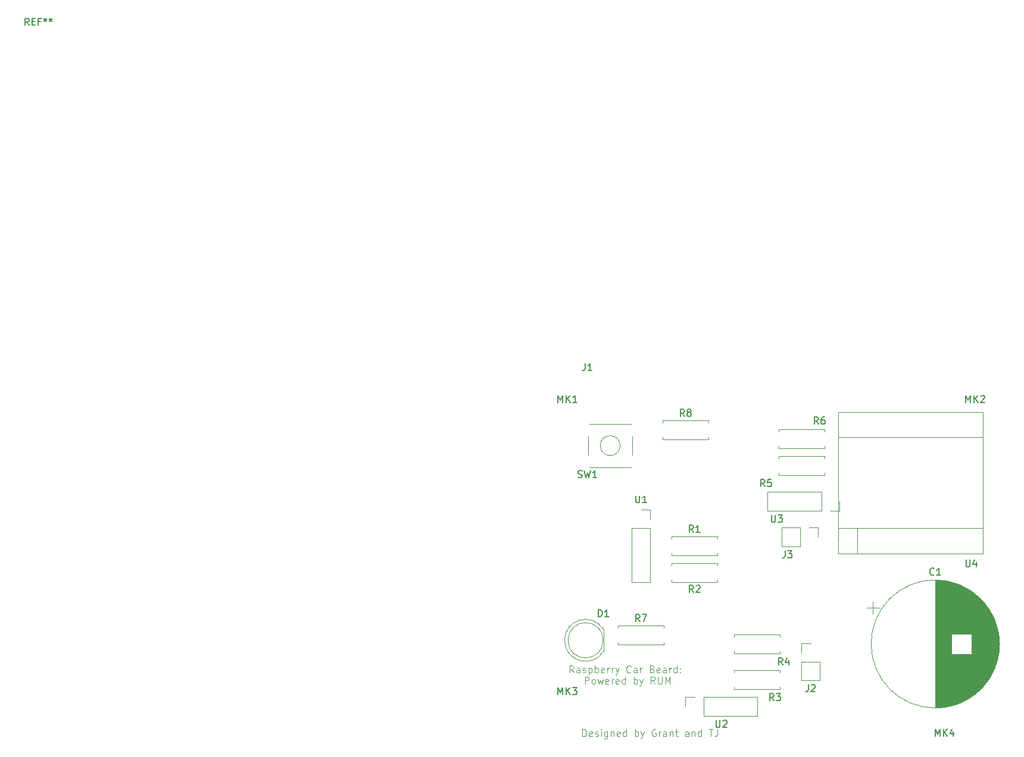
<source format=gto>
G04 #@! TF.GenerationSoftware,KiCad,Pcbnew,(5.1.0)-1*
G04 #@! TF.CreationDate,2019-05-01T11:47:09-07:00*
G04 #@! TF.ProjectId,Lec18-PCB_kicad,4c656331-382d-4504-9342-5f6b69636164,rev?*
G04 #@! TF.SameCoordinates,Original*
G04 #@! TF.FileFunction,Legend,Top*
G04 #@! TF.FilePolarity,Positive*
%FSLAX46Y46*%
G04 Gerber Fmt 4.6, Leading zero omitted, Abs format (unit mm)*
G04 Created by KiCad (PCBNEW (5.1.0)-1) date 2019-05-01 11:47:09*
%MOMM*%
%LPD*%
G04 APERTURE LIST*
%ADD10C,0.100000*%
%ADD11C,0.120000*%
%ADD12C,0.150000*%
G04 APERTURE END LIST*
D10*
X77374761Y-102192380D02*
X77374761Y-101192380D01*
X77612857Y-101192380D01*
X77755714Y-101240000D01*
X77850952Y-101335238D01*
X77898571Y-101430476D01*
X77946190Y-101620952D01*
X77946190Y-101763809D01*
X77898571Y-101954285D01*
X77850952Y-102049523D01*
X77755714Y-102144761D01*
X77612857Y-102192380D01*
X77374761Y-102192380D01*
X78755714Y-102144761D02*
X78660476Y-102192380D01*
X78469999Y-102192380D01*
X78374761Y-102144761D01*
X78327142Y-102049523D01*
X78327142Y-101668571D01*
X78374761Y-101573333D01*
X78469999Y-101525714D01*
X78660476Y-101525714D01*
X78755714Y-101573333D01*
X78803333Y-101668571D01*
X78803333Y-101763809D01*
X78327142Y-101859047D01*
X79184285Y-102144761D02*
X79279523Y-102192380D01*
X79469999Y-102192380D01*
X79565238Y-102144761D01*
X79612857Y-102049523D01*
X79612857Y-102001904D01*
X79565238Y-101906666D01*
X79469999Y-101859047D01*
X79327142Y-101859047D01*
X79231904Y-101811428D01*
X79184285Y-101716190D01*
X79184285Y-101668571D01*
X79231904Y-101573333D01*
X79327142Y-101525714D01*
X79469999Y-101525714D01*
X79565238Y-101573333D01*
X80041428Y-102192380D02*
X80041428Y-101525714D01*
X80041428Y-101192380D02*
X79993809Y-101240000D01*
X80041428Y-101287619D01*
X80089047Y-101240000D01*
X80041428Y-101192380D01*
X80041428Y-101287619D01*
X80946190Y-101525714D02*
X80946190Y-102335238D01*
X80898571Y-102430476D01*
X80850952Y-102478095D01*
X80755714Y-102525714D01*
X80612857Y-102525714D01*
X80517619Y-102478095D01*
X80946190Y-102144761D02*
X80850952Y-102192380D01*
X80660476Y-102192380D01*
X80565238Y-102144761D01*
X80517619Y-102097142D01*
X80469999Y-102001904D01*
X80469999Y-101716190D01*
X80517619Y-101620952D01*
X80565238Y-101573333D01*
X80660476Y-101525714D01*
X80850952Y-101525714D01*
X80946190Y-101573333D01*
X81422380Y-101525714D02*
X81422380Y-102192380D01*
X81422380Y-101620952D02*
X81469999Y-101573333D01*
X81565238Y-101525714D01*
X81708095Y-101525714D01*
X81803333Y-101573333D01*
X81850952Y-101668571D01*
X81850952Y-102192380D01*
X82708095Y-102144761D02*
X82612857Y-102192380D01*
X82422380Y-102192380D01*
X82327142Y-102144761D01*
X82279523Y-102049523D01*
X82279523Y-101668571D01*
X82327142Y-101573333D01*
X82422380Y-101525714D01*
X82612857Y-101525714D01*
X82708095Y-101573333D01*
X82755714Y-101668571D01*
X82755714Y-101763809D01*
X82279523Y-101859047D01*
X83612857Y-102192380D02*
X83612857Y-101192380D01*
X83612857Y-102144761D02*
X83517619Y-102192380D01*
X83327142Y-102192380D01*
X83231904Y-102144761D01*
X83184285Y-102097142D01*
X83136666Y-102001904D01*
X83136666Y-101716190D01*
X83184285Y-101620952D01*
X83231904Y-101573333D01*
X83327142Y-101525714D01*
X83517619Y-101525714D01*
X83612857Y-101573333D01*
X84850952Y-102192380D02*
X84850952Y-101192380D01*
X84850952Y-101573333D02*
X84946190Y-101525714D01*
X85136666Y-101525714D01*
X85231904Y-101573333D01*
X85279523Y-101620952D01*
X85327142Y-101716190D01*
X85327142Y-102001904D01*
X85279523Y-102097142D01*
X85231904Y-102144761D01*
X85136666Y-102192380D01*
X84946190Y-102192380D01*
X84850952Y-102144761D01*
X85660476Y-101525714D02*
X85898571Y-102192380D01*
X86136666Y-101525714D02*
X85898571Y-102192380D01*
X85803333Y-102430476D01*
X85755714Y-102478095D01*
X85660476Y-102525714D01*
X87803333Y-101240000D02*
X87708095Y-101192380D01*
X87565238Y-101192380D01*
X87422380Y-101240000D01*
X87327142Y-101335238D01*
X87279523Y-101430476D01*
X87231904Y-101620952D01*
X87231904Y-101763809D01*
X87279523Y-101954285D01*
X87327142Y-102049523D01*
X87422380Y-102144761D01*
X87565238Y-102192380D01*
X87660476Y-102192380D01*
X87803333Y-102144761D01*
X87850952Y-102097142D01*
X87850952Y-101763809D01*
X87660476Y-101763809D01*
X88279523Y-102192380D02*
X88279523Y-101525714D01*
X88279523Y-101716190D02*
X88327142Y-101620952D01*
X88374761Y-101573333D01*
X88469999Y-101525714D01*
X88565238Y-101525714D01*
X89327142Y-102192380D02*
X89327142Y-101668571D01*
X89279523Y-101573333D01*
X89184285Y-101525714D01*
X88993809Y-101525714D01*
X88898571Y-101573333D01*
X89327142Y-102144761D02*
X89231904Y-102192380D01*
X88993809Y-102192380D01*
X88898571Y-102144761D01*
X88850952Y-102049523D01*
X88850952Y-101954285D01*
X88898571Y-101859047D01*
X88993809Y-101811428D01*
X89231904Y-101811428D01*
X89327142Y-101763809D01*
X89803333Y-101525714D02*
X89803333Y-102192380D01*
X89803333Y-101620952D02*
X89850952Y-101573333D01*
X89946190Y-101525714D01*
X90089047Y-101525714D01*
X90184285Y-101573333D01*
X90231904Y-101668571D01*
X90231904Y-102192380D01*
X90565238Y-101525714D02*
X90946190Y-101525714D01*
X90708095Y-101192380D02*
X90708095Y-102049523D01*
X90755714Y-102144761D01*
X90850952Y-102192380D01*
X90946190Y-102192380D01*
X92469999Y-102192380D02*
X92469999Y-101668571D01*
X92422380Y-101573333D01*
X92327142Y-101525714D01*
X92136666Y-101525714D01*
X92041428Y-101573333D01*
X92469999Y-102144761D02*
X92374761Y-102192380D01*
X92136666Y-102192380D01*
X92041428Y-102144761D01*
X91993809Y-102049523D01*
X91993809Y-101954285D01*
X92041428Y-101859047D01*
X92136666Y-101811428D01*
X92374761Y-101811428D01*
X92469999Y-101763809D01*
X92946190Y-101525714D02*
X92946190Y-102192380D01*
X92946190Y-101620952D02*
X92993809Y-101573333D01*
X93089047Y-101525714D01*
X93231904Y-101525714D01*
X93327142Y-101573333D01*
X93374761Y-101668571D01*
X93374761Y-102192380D01*
X94279523Y-102192380D02*
X94279523Y-101192380D01*
X94279523Y-102144761D02*
X94184285Y-102192380D01*
X93993809Y-102192380D01*
X93898571Y-102144761D01*
X93850952Y-102097142D01*
X93803333Y-102001904D01*
X93803333Y-101716190D01*
X93850952Y-101620952D01*
X93898571Y-101573333D01*
X93993809Y-101525714D01*
X94184285Y-101525714D01*
X94279523Y-101573333D01*
X95374761Y-101192380D02*
X95946190Y-101192380D01*
X95660476Y-102192380D02*
X95660476Y-101192380D01*
X96565238Y-101192380D02*
X96565238Y-101906666D01*
X96517619Y-102049523D01*
X96422380Y-102144761D01*
X96279523Y-102192380D01*
X96184285Y-102192380D01*
X76128333Y-93137380D02*
X75795000Y-92661190D01*
X75556904Y-93137380D02*
X75556904Y-92137380D01*
X75937857Y-92137380D01*
X76033095Y-92185000D01*
X76080714Y-92232619D01*
X76128333Y-92327857D01*
X76128333Y-92470714D01*
X76080714Y-92565952D01*
X76033095Y-92613571D01*
X75937857Y-92661190D01*
X75556904Y-92661190D01*
X76985476Y-93137380D02*
X76985476Y-92613571D01*
X76937857Y-92518333D01*
X76842619Y-92470714D01*
X76652142Y-92470714D01*
X76556904Y-92518333D01*
X76985476Y-93089761D02*
X76890238Y-93137380D01*
X76652142Y-93137380D01*
X76556904Y-93089761D01*
X76509285Y-92994523D01*
X76509285Y-92899285D01*
X76556904Y-92804047D01*
X76652142Y-92756428D01*
X76890238Y-92756428D01*
X76985476Y-92708809D01*
X77414047Y-93089761D02*
X77509285Y-93137380D01*
X77699761Y-93137380D01*
X77795000Y-93089761D01*
X77842619Y-92994523D01*
X77842619Y-92946904D01*
X77795000Y-92851666D01*
X77699761Y-92804047D01*
X77556904Y-92804047D01*
X77461666Y-92756428D01*
X77414047Y-92661190D01*
X77414047Y-92613571D01*
X77461666Y-92518333D01*
X77556904Y-92470714D01*
X77699761Y-92470714D01*
X77795000Y-92518333D01*
X78271190Y-92470714D02*
X78271190Y-93470714D01*
X78271190Y-92518333D02*
X78366428Y-92470714D01*
X78556904Y-92470714D01*
X78652142Y-92518333D01*
X78699761Y-92565952D01*
X78747380Y-92661190D01*
X78747380Y-92946904D01*
X78699761Y-93042142D01*
X78652142Y-93089761D01*
X78556904Y-93137380D01*
X78366428Y-93137380D01*
X78271190Y-93089761D01*
X79175952Y-93137380D02*
X79175952Y-92137380D01*
X79175952Y-92518333D02*
X79271190Y-92470714D01*
X79461666Y-92470714D01*
X79556904Y-92518333D01*
X79604523Y-92565952D01*
X79652142Y-92661190D01*
X79652142Y-92946904D01*
X79604523Y-93042142D01*
X79556904Y-93089761D01*
X79461666Y-93137380D01*
X79271190Y-93137380D01*
X79175952Y-93089761D01*
X80461666Y-93089761D02*
X80366428Y-93137380D01*
X80175952Y-93137380D01*
X80080714Y-93089761D01*
X80033095Y-92994523D01*
X80033095Y-92613571D01*
X80080714Y-92518333D01*
X80175952Y-92470714D01*
X80366428Y-92470714D01*
X80461666Y-92518333D01*
X80509285Y-92613571D01*
X80509285Y-92708809D01*
X80033095Y-92804047D01*
X80937857Y-93137380D02*
X80937857Y-92470714D01*
X80937857Y-92661190D02*
X80985476Y-92565952D01*
X81033095Y-92518333D01*
X81128333Y-92470714D01*
X81223571Y-92470714D01*
X81556904Y-93137380D02*
X81556904Y-92470714D01*
X81556904Y-92661190D02*
X81604523Y-92565952D01*
X81652142Y-92518333D01*
X81747380Y-92470714D01*
X81842619Y-92470714D01*
X82080714Y-92470714D02*
X82318809Y-93137380D01*
X82556904Y-92470714D02*
X82318809Y-93137380D01*
X82223571Y-93375476D01*
X82175952Y-93423095D01*
X82080714Y-93470714D01*
X84271190Y-93042142D02*
X84223571Y-93089761D01*
X84080714Y-93137380D01*
X83985476Y-93137380D01*
X83842619Y-93089761D01*
X83747380Y-92994523D01*
X83699761Y-92899285D01*
X83652142Y-92708809D01*
X83652142Y-92565952D01*
X83699761Y-92375476D01*
X83747380Y-92280238D01*
X83842619Y-92185000D01*
X83985476Y-92137380D01*
X84080714Y-92137380D01*
X84223571Y-92185000D01*
X84271190Y-92232619D01*
X85128333Y-93137380D02*
X85128333Y-92613571D01*
X85080714Y-92518333D01*
X84985476Y-92470714D01*
X84795000Y-92470714D01*
X84699761Y-92518333D01*
X85128333Y-93089761D02*
X85033095Y-93137380D01*
X84795000Y-93137380D01*
X84699761Y-93089761D01*
X84652142Y-92994523D01*
X84652142Y-92899285D01*
X84699761Y-92804047D01*
X84795000Y-92756428D01*
X85033095Y-92756428D01*
X85128333Y-92708809D01*
X85604523Y-93137380D02*
X85604523Y-92470714D01*
X85604523Y-92661190D02*
X85652142Y-92565952D01*
X85699761Y-92518333D01*
X85795000Y-92470714D01*
X85890238Y-92470714D01*
X87318809Y-92613571D02*
X87461666Y-92661190D01*
X87509285Y-92708809D01*
X87556904Y-92804047D01*
X87556904Y-92946904D01*
X87509285Y-93042142D01*
X87461666Y-93089761D01*
X87366428Y-93137380D01*
X86985476Y-93137380D01*
X86985476Y-92137380D01*
X87318809Y-92137380D01*
X87414047Y-92185000D01*
X87461666Y-92232619D01*
X87509285Y-92327857D01*
X87509285Y-92423095D01*
X87461666Y-92518333D01*
X87414047Y-92565952D01*
X87318809Y-92613571D01*
X86985476Y-92613571D01*
X88366428Y-93089761D02*
X88271190Y-93137380D01*
X88080714Y-93137380D01*
X87985476Y-93089761D01*
X87937857Y-92994523D01*
X87937857Y-92613571D01*
X87985476Y-92518333D01*
X88080714Y-92470714D01*
X88271190Y-92470714D01*
X88366428Y-92518333D01*
X88414047Y-92613571D01*
X88414047Y-92708809D01*
X87937857Y-92804047D01*
X89271190Y-93137380D02*
X89271190Y-92613571D01*
X89223571Y-92518333D01*
X89128333Y-92470714D01*
X88937857Y-92470714D01*
X88842619Y-92518333D01*
X89271190Y-93089761D02*
X89175952Y-93137380D01*
X88937857Y-93137380D01*
X88842619Y-93089761D01*
X88795000Y-92994523D01*
X88795000Y-92899285D01*
X88842619Y-92804047D01*
X88937857Y-92756428D01*
X89175952Y-92756428D01*
X89271190Y-92708809D01*
X89747380Y-93137380D02*
X89747380Y-92470714D01*
X89747380Y-92661190D02*
X89795000Y-92565952D01*
X89842619Y-92518333D01*
X89937857Y-92470714D01*
X90033095Y-92470714D01*
X90795000Y-93137380D02*
X90795000Y-92137380D01*
X90795000Y-93089761D02*
X90699761Y-93137380D01*
X90509285Y-93137380D01*
X90414047Y-93089761D01*
X90366428Y-93042142D01*
X90318809Y-92946904D01*
X90318809Y-92661190D01*
X90366428Y-92565952D01*
X90414047Y-92518333D01*
X90509285Y-92470714D01*
X90699761Y-92470714D01*
X90795000Y-92518333D01*
X91271190Y-93042142D02*
X91318809Y-93089761D01*
X91271190Y-93137380D01*
X91223571Y-93089761D01*
X91271190Y-93042142D01*
X91271190Y-93137380D01*
X91271190Y-92518333D02*
X91318809Y-92565952D01*
X91271190Y-92613571D01*
X91223571Y-92565952D01*
X91271190Y-92518333D01*
X91271190Y-92613571D01*
X77747380Y-94737380D02*
X77747380Y-93737380D01*
X78128333Y-93737380D01*
X78223571Y-93785000D01*
X78271190Y-93832619D01*
X78318809Y-93927857D01*
X78318809Y-94070714D01*
X78271190Y-94165952D01*
X78223571Y-94213571D01*
X78128333Y-94261190D01*
X77747380Y-94261190D01*
X78890238Y-94737380D02*
X78795000Y-94689761D01*
X78747380Y-94642142D01*
X78699761Y-94546904D01*
X78699761Y-94261190D01*
X78747380Y-94165952D01*
X78795000Y-94118333D01*
X78890238Y-94070714D01*
X79033095Y-94070714D01*
X79128333Y-94118333D01*
X79175952Y-94165952D01*
X79223571Y-94261190D01*
X79223571Y-94546904D01*
X79175952Y-94642142D01*
X79128333Y-94689761D01*
X79033095Y-94737380D01*
X78890238Y-94737380D01*
X79556904Y-94070714D02*
X79747380Y-94737380D01*
X79937857Y-94261190D01*
X80128333Y-94737380D01*
X80318809Y-94070714D01*
X81080714Y-94689761D02*
X80985476Y-94737380D01*
X80795000Y-94737380D01*
X80699761Y-94689761D01*
X80652142Y-94594523D01*
X80652142Y-94213571D01*
X80699761Y-94118333D01*
X80795000Y-94070714D01*
X80985476Y-94070714D01*
X81080714Y-94118333D01*
X81128333Y-94213571D01*
X81128333Y-94308809D01*
X80652142Y-94404047D01*
X81556904Y-94737380D02*
X81556904Y-94070714D01*
X81556904Y-94261190D02*
X81604523Y-94165952D01*
X81652142Y-94118333D01*
X81747380Y-94070714D01*
X81842619Y-94070714D01*
X82556904Y-94689761D02*
X82461666Y-94737380D01*
X82271190Y-94737380D01*
X82175952Y-94689761D01*
X82128333Y-94594523D01*
X82128333Y-94213571D01*
X82175952Y-94118333D01*
X82271190Y-94070714D01*
X82461666Y-94070714D01*
X82556904Y-94118333D01*
X82604523Y-94213571D01*
X82604523Y-94308809D01*
X82128333Y-94404047D01*
X83461666Y-94737380D02*
X83461666Y-93737380D01*
X83461666Y-94689761D02*
X83366428Y-94737380D01*
X83175952Y-94737380D01*
X83080714Y-94689761D01*
X83033095Y-94642142D01*
X82985476Y-94546904D01*
X82985476Y-94261190D01*
X83033095Y-94165952D01*
X83080714Y-94118333D01*
X83175952Y-94070714D01*
X83366428Y-94070714D01*
X83461666Y-94118333D01*
X84699761Y-94737380D02*
X84699761Y-93737380D01*
X84699761Y-94118333D02*
X84795000Y-94070714D01*
X84985476Y-94070714D01*
X85080714Y-94118333D01*
X85128333Y-94165952D01*
X85175952Y-94261190D01*
X85175952Y-94546904D01*
X85128333Y-94642142D01*
X85080714Y-94689761D01*
X84985476Y-94737380D01*
X84795000Y-94737380D01*
X84699761Y-94689761D01*
X85509285Y-94070714D02*
X85747380Y-94737380D01*
X85985476Y-94070714D02*
X85747380Y-94737380D01*
X85652142Y-94975476D01*
X85604523Y-95023095D01*
X85509285Y-95070714D01*
X87699761Y-94737380D02*
X87366428Y-94261190D01*
X87128333Y-94737380D02*
X87128333Y-93737380D01*
X87509285Y-93737380D01*
X87604523Y-93785000D01*
X87652142Y-93832619D01*
X87699761Y-93927857D01*
X87699761Y-94070714D01*
X87652142Y-94165952D01*
X87604523Y-94213571D01*
X87509285Y-94261190D01*
X87128333Y-94261190D01*
X88128333Y-93737380D02*
X88128333Y-94546904D01*
X88175952Y-94642142D01*
X88223571Y-94689761D01*
X88318809Y-94737380D01*
X88509285Y-94737380D01*
X88604523Y-94689761D01*
X88652142Y-94642142D01*
X88699761Y-94546904D01*
X88699761Y-93737380D01*
X89175952Y-94737380D02*
X89175952Y-93737380D01*
X89509285Y-94451666D01*
X89842619Y-93737380D01*
X89842619Y-94737380D01*
D11*
X110906000Y-72470000D02*
X110906000Y-73800000D01*
X109576000Y-72470000D02*
X110906000Y-72470000D01*
X108306000Y-72470000D02*
X108306000Y-75130000D01*
X108306000Y-75130000D02*
X105706000Y-75130000D01*
X108306000Y-72470000D02*
X105706000Y-72470000D01*
X105706000Y-72470000D02*
X105706000Y-75130000D01*
X113760000Y-59570000D02*
X134340000Y-59570000D01*
X116430000Y-72524000D02*
X134340000Y-72524000D01*
X116430000Y-76210000D02*
X134340000Y-76210000D01*
X134340000Y-76210000D02*
X134340000Y-56020000D01*
X113760000Y-72524000D02*
X116430000Y-72524000D01*
X134214000Y-56020000D02*
X113767000Y-56020000D01*
X113760000Y-74810000D02*
X113760000Y-76210000D01*
X116430000Y-72524000D02*
X116430000Y-76210000D01*
X113760000Y-76210000D02*
X116430000Y-76210000D01*
X113767000Y-56020000D02*
X113767000Y-74692000D01*
X118690560Y-83025000D02*
X118690560Y-84825000D01*
X117790560Y-83925000D02*
X119590560Y-83925000D01*
X136670000Y-89000000D02*
X136670000Y-89080000D01*
X136630000Y-88226000D02*
X136630000Y-89854000D01*
X136590000Y-87874000D02*
X136590000Y-90206000D01*
X136550000Y-87605000D02*
X136550000Y-90475000D01*
X136510000Y-87379000D02*
X136510000Y-90701000D01*
X136470000Y-87180000D02*
X136470000Y-90900000D01*
X136430000Y-87001000D02*
X136430000Y-91079000D01*
X136390000Y-86837000D02*
X136390000Y-91243000D01*
X136350000Y-86685000D02*
X136350000Y-91395000D01*
X136310000Y-86542000D02*
X136310000Y-91538000D01*
X136270000Y-86408000D02*
X136270000Y-91672000D01*
X136230000Y-86281000D02*
X136230000Y-91799000D01*
X136190000Y-86160000D02*
X136190000Y-91920000D01*
X136150000Y-86044000D02*
X136150000Y-92036000D01*
X136110000Y-85933000D02*
X136110000Y-92147000D01*
X136070000Y-85826000D02*
X136070000Y-92254000D01*
X136030000Y-85723000D02*
X136030000Y-92357000D01*
X135990000Y-85624000D02*
X135990000Y-92456000D01*
X135950000Y-85528000D02*
X135950000Y-92552000D01*
X135910000Y-85435000D02*
X135910000Y-92645000D01*
X135870000Y-85344000D02*
X135870000Y-92736000D01*
X135830000Y-85256000D02*
X135830000Y-92824000D01*
X135790000Y-85171000D02*
X135790000Y-92909000D01*
X135750000Y-85088000D02*
X135750000Y-92992000D01*
X135711000Y-85007000D02*
X135711000Y-93073000D01*
X135671000Y-84927000D02*
X135671000Y-93153000D01*
X135631000Y-84850000D02*
X135631000Y-93230000D01*
X135591000Y-84775000D02*
X135591000Y-93305000D01*
X135551000Y-84701000D02*
X135551000Y-93379000D01*
X135511000Y-84628000D02*
X135511000Y-93452000D01*
X135471000Y-84558000D02*
X135471000Y-93522000D01*
X135431000Y-84488000D02*
X135431000Y-93592000D01*
X135391000Y-84420000D02*
X135391000Y-93660000D01*
X135351000Y-84354000D02*
X135351000Y-93726000D01*
X135311000Y-84288000D02*
X135311000Y-93792000D01*
X135271000Y-84224000D02*
X135271000Y-93856000D01*
X135231000Y-84161000D02*
X135231000Y-93919000D01*
X135191000Y-84099000D02*
X135191000Y-93981000D01*
X135151000Y-84038000D02*
X135151000Y-94042000D01*
X135111000Y-83978000D02*
X135111000Y-94102000D01*
X135071000Y-83920000D02*
X135071000Y-94160000D01*
X135031000Y-83862000D02*
X135031000Y-94218000D01*
X134991000Y-83805000D02*
X134991000Y-94275000D01*
X134951000Y-83749000D02*
X134951000Y-94331000D01*
X134911000Y-83694000D02*
X134911000Y-94386000D01*
X134871000Y-83640000D02*
X134871000Y-94440000D01*
X134831000Y-83586000D02*
X134831000Y-94494000D01*
X134791000Y-83534000D02*
X134791000Y-94546000D01*
X134751000Y-83482000D02*
X134751000Y-94598000D01*
X134711000Y-83431000D02*
X134711000Y-94649000D01*
X134671000Y-83380000D02*
X134671000Y-94700000D01*
X134631000Y-83331000D02*
X134631000Y-94749000D01*
X134591000Y-83282000D02*
X134591000Y-94798000D01*
X134551000Y-83234000D02*
X134551000Y-94846000D01*
X134511000Y-83186000D02*
X134511000Y-94894000D01*
X134471000Y-83139000D02*
X134471000Y-94941000D01*
X134431000Y-83093000D02*
X134431000Y-94987000D01*
X134391000Y-83047000D02*
X134391000Y-95033000D01*
X134351000Y-83002000D02*
X134351000Y-95078000D01*
X134311000Y-82958000D02*
X134311000Y-95122000D01*
X134271000Y-82914000D02*
X134271000Y-95166000D01*
X134231000Y-82870000D02*
X134231000Y-95210000D01*
X134191000Y-82828000D02*
X134191000Y-95252000D01*
X134151000Y-82786000D02*
X134151000Y-95294000D01*
X134111000Y-82744000D02*
X134111000Y-95336000D01*
X134071000Y-82703000D02*
X134071000Y-95377000D01*
X134031000Y-82662000D02*
X134031000Y-95418000D01*
X133991000Y-82622000D02*
X133991000Y-95458000D01*
X133951000Y-82582000D02*
X133951000Y-95498000D01*
X133911000Y-82543000D02*
X133911000Y-95537000D01*
X133871000Y-82504000D02*
X133871000Y-95576000D01*
X133831000Y-82466000D02*
X133831000Y-95614000D01*
X133791000Y-82428000D02*
X133791000Y-95652000D01*
X133751000Y-82391000D02*
X133751000Y-95689000D01*
X133711000Y-82354000D02*
X133711000Y-95726000D01*
X133671000Y-82318000D02*
X133671000Y-95762000D01*
X133631000Y-82282000D02*
X133631000Y-95798000D01*
X133591000Y-82246000D02*
X133591000Y-95834000D01*
X133551000Y-82211000D02*
X133551000Y-95869000D01*
X133511000Y-82176000D02*
X133511000Y-95904000D01*
X133471000Y-82142000D02*
X133471000Y-95938000D01*
X133431000Y-82108000D02*
X133431000Y-95972000D01*
X133391000Y-82075000D02*
X133391000Y-96005000D01*
X133351000Y-82041000D02*
X133351000Y-96039000D01*
X133311000Y-82009000D02*
X133311000Y-96071000D01*
X133271000Y-81976000D02*
X133271000Y-96104000D01*
X133231000Y-81944000D02*
X133231000Y-96136000D01*
X133191000Y-81913000D02*
X133191000Y-96167000D01*
X133151000Y-81881000D02*
X133151000Y-96199000D01*
X133111000Y-81850000D02*
X133111000Y-96230000D01*
X133071000Y-81820000D02*
X133071000Y-96260000D01*
X133031000Y-81790000D02*
X133031000Y-96290000D01*
X132991000Y-81760000D02*
X132991000Y-96320000D01*
X132951000Y-81730000D02*
X132951000Y-96350000D01*
X132911000Y-81701000D02*
X132911000Y-96379000D01*
X132871000Y-81672000D02*
X132871000Y-96408000D01*
X132831000Y-81643000D02*
X132831000Y-96437000D01*
X132791000Y-81615000D02*
X132791000Y-96465000D01*
X132751000Y-81587000D02*
X132751000Y-96493000D01*
X132711000Y-90480000D02*
X132711000Y-96520000D01*
X132711000Y-81560000D02*
X132711000Y-87600000D01*
X132671000Y-90480000D02*
X132671000Y-96548000D01*
X132671000Y-81532000D02*
X132671000Y-87600000D01*
X132631000Y-90480000D02*
X132631000Y-96575000D01*
X132631000Y-81505000D02*
X132631000Y-87600000D01*
X132591000Y-90480000D02*
X132591000Y-96601000D01*
X132591000Y-81479000D02*
X132591000Y-87600000D01*
X132551000Y-90480000D02*
X132551000Y-96628000D01*
X132551000Y-81452000D02*
X132551000Y-87600000D01*
X132511000Y-90480000D02*
X132511000Y-96654000D01*
X132511000Y-81426000D02*
X132511000Y-87600000D01*
X132471000Y-90480000D02*
X132471000Y-96680000D01*
X132471000Y-81400000D02*
X132471000Y-87600000D01*
X132431000Y-90480000D02*
X132431000Y-96705000D01*
X132431000Y-81375000D02*
X132431000Y-87600000D01*
X132391000Y-90480000D02*
X132391000Y-96730000D01*
X132391000Y-81350000D02*
X132391000Y-87600000D01*
X132351000Y-90480000D02*
X132351000Y-96755000D01*
X132351000Y-81325000D02*
X132351000Y-87600000D01*
X132311000Y-90480000D02*
X132311000Y-96780000D01*
X132311000Y-81300000D02*
X132311000Y-87600000D01*
X132271000Y-90480000D02*
X132271000Y-96804000D01*
X132271000Y-81276000D02*
X132271000Y-87600000D01*
X132231000Y-90480000D02*
X132231000Y-96828000D01*
X132231000Y-81252000D02*
X132231000Y-87600000D01*
X132191000Y-90480000D02*
X132191000Y-96852000D01*
X132191000Y-81228000D02*
X132191000Y-87600000D01*
X132151000Y-90480000D02*
X132151000Y-96875000D01*
X132151000Y-81205000D02*
X132151000Y-87600000D01*
X132111000Y-90480000D02*
X132111000Y-96899000D01*
X132111000Y-81181000D02*
X132111000Y-87600000D01*
X132071000Y-90480000D02*
X132071000Y-96922000D01*
X132071000Y-81158000D02*
X132071000Y-87600000D01*
X132031000Y-90480000D02*
X132031000Y-96944000D01*
X132031000Y-81136000D02*
X132031000Y-87600000D01*
X131991000Y-90480000D02*
X131991000Y-96967000D01*
X131991000Y-81113000D02*
X131991000Y-87600000D01*
X131951000Y-90480000D02*
X131951000Y-96989000D01*
X131951000Y-81091000D02*
X131951000Y-87600000D01*
X131911000Y-90480000D02*
X131911000Y-97011000D01*
X131911000Y-81069000D02*
X131911000Y-87600000D01*
X131871000Y-90480000D02*
X131871000Y-97032000D01*
X131871000Y-81048000D02*
X131871000Y-87600000D01*
X131831000Y-90480000D02*
X131831000Y-97054000D01*
X131831000Y-81026000D02*
X131831000Y-87600000D01*
X131791000Y-90480000D02*
X131791000Y-97075000D01*
X131791000Y-81005000D02*
X131791000Y-87600000D01*
X131751000Y-90480000D02*
X131751000Y-97096000D01*
X131751000Y-80984000D02*
X131751000Y-87600000D01*
X131711000Y-90480000D02*
X131711000Y-97116000D01*
X131711000Y-80964000D02*
X131711000Y-87600000D01*
X131671000Y-90480000D02*
X131671000Y-97137000D01*
X131671000Y-80943000D02*
X131671000Y-87600000D01*
X131631000Y-90480000D02*
X131631000Y-97157000D01*
X131631000Y-80923000D02*
X131631000Y-87600000D01*
X131591000Y-90480000D02*
X131591000Y-97177000D01*
X131591000Y-80903000D02*
X131591000Y-87600000D01*
X131551000Y-90480000D02*
X131551000Y-97196000D01*
X131551000Y-80884000D02*
X131551000Y-87600000D01*
X131511000Y-90480000D02*
X131511000Y-97216000D01*
X131511000Y-80864000D02*
X131511000Y-87600000D01*
X131471000Y-90480000D02*
X131471000Y-97235000D01*
X131471000Y-80845000D02*
X131471000Y-87600000D01*
X131431000Y-90480000D02*
X131431000Y-97254000D01*
X131431000Y-80826000D02*
X131431000Y-87600000D01*
X131391000Y-90480000D02*
X131391000Y-97273000D01*
X131391000Y-80807000D02*
X131391000Y-87600000D01*
X131351000Y-90480000D02*
X131351000Y-97291000D01*
X131351000Y-80789000D02*
X131351000Y-87600000D01*
X131311000Y-90480000D02*
X131311000Y-97309000D01*
X131311000Y-80771000D02*
X131311000Y-87600000D01*
X131271000Y-90480000D02*
X131271000Y-97327000D01*
X131271000Y-80753000D02*
X131271000Y-87600000D01*
X131231000Y-90480000D02*
X131231000Y-97345000D01*
X131231000Y-80735000D02*
X131231000Y-87600000D01*
X131191000Y-90480000D02*
X131191000Y-97363000D01*
X131191000Y-80717000D02*
X131191000Y-87600000D01*
X131151000Y-90480000D02*
X131151000Y-97380000D01*
X131151000Y-80700000D02*
X131151000Y-87600000D01*
X131111000Y-90480000D02*
X131111000Y-97397000D01*
X131111000Y-80683000D02*
X131111000Y-87600000D01*
X131071000Y-90480000D02*
X131071000Y-97414000D01*
X131071000Y-80666000D02*
X131071000Y-87600000D01*
X131031000Y-90480000D02*
X131031000Y-97430000D01*
X131031000Y-80650000D02*
X131031000Y-87600000D01*
X130991000Y-90480000D02*
X130991000Y-97447000D01*
X130991000Y-80633000D02*
X130991000Y-87600000D01*
X130951000Y-90480000D02*
X130951000Y-97463000D01*
X130951000Y-80617000D02*
X130951000Y-87600000D01*
X130911000Y-90480000D02*
X130911000Y-97479000D01*
X130911000Y-80601000D02*
X130911000Y-87600000D01*
X130871000Y-90480000D02*
X130871000Y-97495000D01*
X130871000Y-80585000D02*
X130871000Y-87600000D01*
X130831000Y-90480000D02*
X130831000Y-97510000D01*
X130831000Y-80570000D02*
X130831000Y-87600000D01*
X130791000Y-90480000D02*
X130791000Y-97526000D01*
X130791000Y-80554000D02*
X130791000Y-87600000D01*
X130751000Y-90480000D02*
X130751000Y-97541000D01*
X130751000Y-80539000D02*
X130751000Y-87600000D01*
X130711000Y-90480000D02*
X130711000Y-97556000D01*
X130711000Y-80524000D02*
X130711000Y-87600000D01*
X130671000Y-90480000D02*
X130671000Y-97570000D01*
X130671000Y-80510000D02*
X130671000Y-87600000D01*
X130631000Y-90480000D02*
X130631000Y-97585000D01*
X130631000Y-80495000D02*
X130631000Y-87600000D01*
X130591000Y-90480000D02*
X130591000Y-97599000D01*
X130591000Y-80481000D02*
X130591000Y-87600000D01*
X130551000Y-90480000D02*
X130551000Y-97613000D01*
X130551000Y-80467000D02*
X130551000Y-87600000D01*
X130511000Y-90480000D02*
X130511000Y-97627000D01*
X130511000Y-80453000D02*
X130511000Y-87600000D01*
X130471000Y-90480000D02*
X130471000Y-97640000D01*
X130471000Y-80440000D02*
X130471000Y-87600000D01*
X130431000Y-90480000D02*
X130431000Y-97654000D01*
X130431000Y-80426000D02*
X130431000Y-87600000D01*
X130391000Y-90480000D02*
X130391000Y-97667000D01*
X130391000Y-80413000D02*
X130391000Y-87600000D01*
X130351000Y-90480000D02*
X130351000Y-97680000D01*
X130351000Y-80400000D02*
X130351000Y-87600000D01*
X130311000Y-90480000D02*
X130311000Y-97693000D01*
X130311000Y-80387000D02*
X130311000Y-87600000D01*
X130271000Y-90480000D02*
X130271000Y-97705000D01*
X130271000Y-80375000D02*
X130271000Y-87600000D01*
X130231000Y-90480000D02*
X130231000Y-97718000D01*
X130231000Y-80362000D02*
X130231000Y-87600000D01*
X130191000Y-90480000D02*
X130191000Y-97730000D01*
X130191000Y-80350000D02*
X130191000Y-87600000D01*
X130151000Y-90480000D02*
X130151000Y-97742000D01*
X130151000Y-80338000D02*
X130151000Y-87600000D01*
X130111000Y-90480000D02*
X130111000Y-97754000D01*
X130111000Y-80326000D02*
X130111000Y-87600000D01*
X130071000Y-90480000D02*
X130071000Y-97765000D01*
X130071000Y-80315000D02*
X130071000Y-87600000D01*
X130031000Y-90480000D02*
X130031000Y-97777000D01*
X130031000Y-80303000D02*
X130031000Y-87600000D01*
X129991000Y-90480000D02*
X129991000Y-97788000D01*
X129991000Y-80292000D02*
X129991000Y-87600000D01*
X129951000Y-90480000D02*
X129951000Y-97799000D01*
X129951000Y-80281000D02*
X129951000Y-87600000D01*
X129911000Y-90480000D02*
X129911000Y-97810000D01*
X129911000Y-80270000D02*
X129911000Y-87600000D01*
X129871000Y-90480000D02*
X129871000Y-97820000D01*
X129871000Y-80260000D02*
X129871000Y-87600000D01*
X129831000Y-80249000D02*
X129831000Y-97831000D01*
X129791000Y-80239000D02*
X129791000Y-97841000D01*
X129751000Y-80229000D02*
X129751000Y-97851000D01*
X129711000Y-80219000D02*
X129711000Y-97861000D01*
X129671000Y-80209000D02*
X129671000Y-97871000D01*
X129631000Y-80200000D02*
X129631000Y-97880000D01*
X129591000Y-80191000D02*
X129591000Y-97889000D01*
X129551000Y-80182000D02*
X129551000Y-97898000D01*
X129511000Y-80173000D02*
X129511000Y-97907000D01*
X129471000Y-80164000D02*
X129471000Y-97916000D01*
X129431000Y-80155000D02*
X129431000Y-97925000D01*
X129391000Y-80147000D02*
X129391000Y-97933000D01*
X129351000Y-80139000D02*
X129351000Y-97941000D01*
X129311000Y-80131000D02*
X129311000Y-97949000D01*
X129271000Y-80123000D02*
X129271000Y-97957000D01*
X129231000Y-80116000D02*
X129231000Y-97964000D01*
X129191000Y-80108000D02*
X129191000Y-97972000D01*
X129151000Y-80101000D02*
X129151000Y-97979000D01*
X129111000Y-80094000D02*
X129111000Y-97986000D01*
X129071000Y-80087000D02*
X129071000Y-97993000D01*
X129031000Y-80080000D02*
X129031000Y-98000000D01*
X128991000Y-80074000D02*
X128991000Y-98006000D01*
X128951000Y-80068000D02*
X128951000Y-98012000D01*
X128911000Y-80061000D02*
X128911000Y-98019000D01*
X128871000Y-80056000D02*
X128871000Y-98024000D01*
X128831000Y-80050000D02*
X128831000Y-98030000D01*
X128791000Y-80044000D02*
X128791000Y-98036000D01*
X128751000Y-80039000D02*
X128751000Y-98041000D01*
X128711000Y-80034000D02*
X128711000Y-98046000D01*
X128671000Y-80029000D02*
X128671000Y-98051000D01*
X128631000Y-80024000D02*
X128631000Y-98056000D01*
X128591000Y-80019000D02*
X128591000Y-98061000D01*
X128551000Y-80014000D02*
X128551000Y-98066000D01*
X128511000Y-80010000D02*
X128511000Y-98070000D01*
X128471000Y-80006000D02*
X128471000Y-98074000D01*
X128431000Y-80002000D02*
X128431000Y-98078000D01*
X128391000Y-79998000D02*
X128391000Y-98082000D01*
X128351000Y-79995000D02*
X128351000Y-98085000D01*
X128311000Y-79991000D02*
X128311000Y-98089000D01*
X128271000Y-79988000D02*
X128271000Y-98092000D01*
X128230000Y-79985000D02*
X128230000Y-98095000D01*
X128190000Y-79982000D02*
X128190000Y-98098000D01*
X128150000Y-79979000D02*
X128150000Y-98101000D01*
X128110000Y-79977000D02*
X128110000Y-98103000D01*
X128070000Y-79974000D02*
X128070000Y-98106000D01*
X128030000Y-79972000D02*
X128030000Y-98108000D01*
X127990000Y-79970000D02*
X127990000Y-98110000D01*
X127950000Y-79968000D02*
X127950000Y-98112000D01*
X127910000Y-79967000D02*
X127910000Y-98113000D01*
X127870000Y-79965000D02*
X127870000Y-98115000D01*
X127830000Y-79964000D02*
X127830000Y-98116000D01*
X127790000Y-79963000D02*
X127790000Y-98117000D01*
X127750000Y-79962000D02*
X127750000Y-98118000D01*
X127710000Y-79961000D02*
X127710000Y-98119000D01*
X127670000Y-79960000D02*
X127670000Y-98120000D01*
X127630000Y-79960000D02*
X127630000Y-98120000D01*
X127590000Y-79960000D02*
X127590000Y-98120000D01*
X127550000Y-79959000D02*
X127550000Y-98121000D01*
X136670000Y-89040000D02*
G75*
G03X136670000Y-89040000I-9120000J0D01*
G01*
X74836000Y-88531538D02*
G75*
G03X80386000Y-90076830I2990000J-462D01*
G01*
X74836000Y-88532462D02*
G75*
G02X80386000Y-86987170I2990000J462D01*
G01*
X80326000Y-88532000D02*
G75*
G03X80326000Y-88532000I-2500000J0D01*
G01*
X80386000Y-90077000D02*
X80386000Y-86987000D01*
X82744214Y-60810000D02*
G75*
G03X82744214Y-60810000I-1414214J0D01*
G01*
X78360000Y-63930000D02*
X84300000Y-63930000D01*
X78360000Y-57690000D02*
X84300000Y-57690000D01*
X78210000Y-62150000D02*
X78210000Y-59470000D01*
X84450000Y-59470000D02*
X84450000Y-62150000D01*
X84370000Y-72530000D02*
X87030000Y-72530000D01*
X84370000Y-72530000D02*
X84370000Y-80210000D01*
X84370000Y-80210000D02*
X87030000Y-80210000D01*
X87030000Y-72530000D02*
X87030000Y-80210000D01*
X87030000Y-69930000D02*
X87030000Y-71260000D01*
X85700000Y-69930000D02*
X87030000Y-69930000D01*
X91990000Y-97930000D02*
X91990000Y-96600000D01*
X91990000Y-96600000D02*
X93320000Y-96600000D01*
X94590000Y-96600000D02*
X102270000Y-96600000D01*
X102270000Y-99260000D02*
X102270000Y-96600000D01*
X94590000Y-99260000D02*
X102270000Y-99260000D01*
X94590000Y-99260000D02*
X94590000Y-96600000D01*
X111354000Y-67390000D02*
X111354000Y-70050000D01*
X111354000Y-67390000D02*
X103674000Y-67390000D01*
X103674000Y-67390000D02*
X103674000Y-70050000D01*
X111354000Y-70050000D02*
X103674000Y-70050000D01*
X113954000Y-70050000D02*
X112624000Y-70050000D01*
X113954000Y-68720000D02*
X113954000Y-70050000D01*
X108500000Y-94180000D02*
X111160000Y-94180000D01*
X108500000Y-91580000D02*
X108500000Y-94180000D01*
X111160000Y-91580000D02*
X111160000Y-94180000D01*
X108500000Y-91580000D02*
X111160000Y-91580000D01*
X108500000Y-90310000D02*
X108500000Y-88980000D01*
X108500000Y-88980000D02*
X109830000Y-88980000D01*
X96590000Y-76440000D02*
X96590000Y-76110000D01*
X90050000Y-76440000D02*
X96590000Y-76440000D01*
X90050000Y-76110000D02*
X90050000Y-76440000D01*
X96590000Y-73700000D02*
X96590000Y-74030000D01*
X90050000Y-73700000D02*
X96590000Y-73700000D01*
X90050000Y-74030000D02*
X90050000Y-73700000D01*
X96590000Y-79920000D02*
X96590000Y-80250000D01*
X96590000Y-80250000D02*
X90050000Y-80250000D01*
X90050000Y-80250000D02*
X90050000Y-79920000D01*
X96590000Y-77840000D02*
X96590000Y-77510000D01*
X96590000Y-77510000D02*
X90050000Y-77510000D01*
X90050000Y-77510000D02*
X90050000Y-77840000D01*
X105480000Y-95490000D02*
X105480000Y-95160000D01*
X98940000Y-95490000D02*
X105480000Y-95490000D01*
X98940000Y-95160000D02*
X98940000Y-95490000D01*
X105480000Y-92750000D02*
X105480000Y-93080000D01*
X98940000Y-92750000D02*
X105480000Y-92750000D01*
X98940000Y-93080000D02*
X98940000Y-92750000D01*
X105480000Y-90080000D02*
X105480000Y-90410000D01*
X105480000Y-90410000D02*
X98940000Y-90410000D01*
X98940000Y-90410000D02*
X98940000Y-90080000D01*
X105480000Y-88000000D02*
X105480000Y-87670000D01*
X105480000Y-87670000D02*
X98940000Y-87670000D01*
X98940000Y-87670000D02*
X98940000Y-88000000D01*
X111830000Y-65010000D02*
X111830000Y-64680000D01*
X105290000Y-65010000D02*
X111830000Y-65010000D01*
X105290000Y-64680000D02*
X105290000Y-65010000D01*
X111830000Y-62270000D02*
X111830000Y-62600000D01*
X105290000Y-62270000D02*
X111830000Y-62270000D01*
X105290000Y-62600000D02*
X105290000Y-62270000D01*
X111830000Y-60870000D02*
X111830000Y-61200000D01*
X111830000Y-61200000D02*
X105290000Y-61200000D01*
X105290000Y-61200000D02*
X105290000Y-60870000D01*
X111830000Y-58790000D02*
X111830000Y-58460000D01*
X111830000Y-58460000D02*
X105290000Y-58460000D01*
X105290000Y-58460000D02*
X105290000Y-58790000D01*
X88970000Y-89140000D02*
X88970000Y-88810000D01*
X82430000Y-89140000D02*
X88970000Y-89140000D01*
X82430000Y-88810000D02*
X82430000Y-89140000D01*
X88970000Y-86400000D02*
X88970000Y-86730000D01*
X82430000Y-86400000D02*
X88970000Y-86400000D01*
X82430000Y-86730000D02*
X82430000Y-86400000D01*
X88780000Y-57520000D02*
X88780000Y-57190000D01*
X88780000Y-57190000D02*
X95320000Y-57190000D01*
X95320000Y-57190000D02*
X95320000Y-57520000D01*
X88780000Y-59600000D02*
X88780000Y-59930000D01*
X88780000Y-59930000D02*
X95320000Y-59930000D01*
X95320000Y-59930000D02*
X95320000Y-59600000D01*
D12*
X73920476Y-54662380D02*
X73920476Y-53662380D01*
X74253809Y-54376666D01*
X74587142Y-53662380D01*
X74587142Y-54662380D01*
X75063333Y-54662380D02*
X75063333Y-53662380D01*
X75634761Y-54662380D02*
X75206190Y-54090952D01*
X75634761Y-53662380D02*
X75063333Y-54233809D01*
X76587142Y-54662380D02*
X76015714Y-54662380D01*
X76301428Y-54662380D02*
X76301428Y-53662380D01*
X76206190Y-53805238D01*
X76110952Y-53900476D01*
X76015714Y-53948095D01*
X106194666Y-75792380D02*
X106194666Y-76506666D01*
X106147047Y-76649523D01*
X106051809Y-76744761D01*
X105908952Y-76792380D01*
X105813714Y-76792380D01*
X106575619Y-75792380D02*
X107194666Y-75792380D01*
X106861333Y-76173333D01*
X107004190Y-76173333D01*
X107099428Y-76220952D01*
X107147047Y-76268571D01*
X107194666Y-76363809D01*
X107194666Y-76601904D01*
X107147047Y-76697142D01*
X107099428Y-76744761D01*
X107004190Y-76792380D01*
X106718476Y-76792380D01*
X106623238Y-76744761D01*
X106575619Y-76697142D01*
X77746666Y-49122380D02*
X77746666Y-49836666D01*
X77699047Y-49979523D01*
X77603809Y-50074761D01*
X77460952Y-50122380D01*
X77365714Y-50122380D01*
X78746666Y-50122380D02*
X78175238Y-50122380D01*
X78460952Y-50122380D02*
X78460952Y-49122380D01*
X78365714Y-49265238D01*
X78270476Y-49360476D01*
X78175238Y-49408095D01*
X131928095Y-77062380D02*
X131928095Y-77871904D01*
X131975714Y-77967142D01*
X132023333Y-78014761D01*
X132118571Y-78062380D01*
X132309047Y-78062380D01*
X132404285Y-78014761D01*
X132451904Y-77967142D01*
X132499523Y-77871904D01*
X132499523Y-77062380D01*
X133404285Y-77395714D02*
X133404285Y-78062380D01*
X133166190Y-77014761D02*
X132928095Y-77729047D01*
X133547142Y-77729047D01*
X-1333333Y-952380D02*
X-1666666Y-476190D01*
X-1904761Y-952380D02*
X-1904761Y47619D01*
X-1523809Y47619D01*
X-1428571Y0D01*
X-1380952Y-47619D01*
X-1333333Y-142857D01*
X-1333333Y-285714D01*
X-1380952Y-380952D01*
X-1428571Y-428571D01*
X-1523809Y-476190D01*
X-1904761Y-476190D01*
X-904761Y-428571D02*
X-571428Y-428571D01*
X-428571Y-952380D02*
X-904761Y-952380D01*
X-904761Y47619D01*
X-428571Y47619D01*
X333333Y-428571D02*
X0Y-428571D01*
X0Y-952380D02*
X0Y47619D01*
X476190Y47619D01*
X999999Y47619D02*
X999999Y-190476D01*
X761904Y-95238D02*
X999999Y-190476D01*
X1238095Y-95238D01*
X857142Y-380952D02*
X999999Y-190476D01*
X1142857Y-380952D01*
X1761904Y47619D02*
X1761904Y-190476D01*
X1523809Y-95238D02*
X1761904Y-190476D01*
X1999999Y-95238D01*
X1619047Y-380952D02*
X1761904Y-190476D01*
X1904761Y-380952D01*
X127383333Y-79147142D02*
X127335714Y-79194761D01*
X127192857Y-79242380D01*
X127097619Y-79242380D01*
X126954761Y-79194761D01*
X126859523Y-79099523D01*
X126811904Y-79004285D01*
X126764285Y-78813809D01*
X126764285Y-78670952D01*
X126811904Y-78480476D01*
X126859523Y-78385238D01*
X126954761Y-78290000D01*
X127097619Y-78242380D01*
X127192857Y-78242380D01*
X127335714Y-78290000D01*
X127383333Y-78337619D01*
X128335714Y-79242380D02*
X127764285Y-79242380D01*
X128050000Y-79242380D02*
X128050000Y-78242380D01*
X127954761Y-78385238D01*
X127859523Y-78480476D01*
X127764285Y-78528095D01*
X131920476Y-54662380D02*
X131920476Y-53662380D01*
X132253809Y-54376666D01*
X132587142Y-53662380D01*
X132587142Y-54662380D01*
X133063333Y-54662380D02*
X133063333Y-53662380D01*
X133634761Y-54662380D02*
X133206190Y-54090952D01*
X133634761Y-53662380D02*
X133063333Y-54233809D01*
X134015714Y-53757619D02*
X134063333Y-53710000D01*
X134158571Y-53662380D01*
X134396666Y-53662380D01*
X134491904Y-53710000D01*
X134539523Y-53757619D01*
X134587142Y-53852857D01*
X134587142Y-53948095D01*
X134539523Y-54090952D01*
X133968095Y-54662380D01*
X134587142Y-54662380D01*
X73920476Y-96262380D02*
X73920476Y-95262380D01*
X74253809Y-95976666D01*
X74587142Y-95262380D01*
X74587142Y-96262380D01*
X75063333Y-96262380D02*
X75063333Y-95262380D01*
X75634761Y-96262380D02*
X75206190Y-95690952D01*
X75634761Y-95262380D02*
X75063333Y-95833809D01*
X75968095Y-95262380D02*
X76587142Y-95262380D01*
X76253809Y-95643333D01*
X76396666Y-95643333D01*
X76491904Y-95690952D01*
X76539523Y-95738571D01*
X76587142Y-95833809D01*
X76587142Y-96071904D01*
X76539523Y-96167142D01*
X76491904Y-96214761D01*
X76396666Y-96262380D01*
X76110952Y-96262380D01*
X76015714Y-96214761D01*
X75968095Y-96167142D01*
X127570476Y-102192380D02*
X127570476Y-101192380D01*
X127903809Y-101906666D01*
X128237142Y-101192380D01*
X128237142Y-102192380D01*
X128713333Y-102192380D02*
X128713333Y-101192380D01*
X129284761Y-102192380D02*
X128856190Y-101620952D01*
X129284761Y-101192380D02*
X128713333Y-101763809D01*
X130141904Y-101525714D02*
X130141904Y-102192380D01*
X129903809Y-101144761D02*
X129665714Y-101859047D01*
X130284761Y-101859047D01*
X79627904Y-85174380D02*
X79627904Y-84174380D01*
X79866000Y-84174380D01*
X80008857Y-84222000D01*
X80104095Y-84317238D01*
X80151714Y-84412476D01*
X80199333Y-84602952D01*
X80199333Y-84745809D01*
X80151714Y-84936285D01*
X80104095Y-85031523D01*
X80008857Y-85126761D01*
X79866000Y-85174380D01*
X79627904Y-85174380D01*
X81151714Y-85174380D02*
X80580285Y-85174380D01*
X80866000Y-85174380D02*
X80866000Y-84174380D01*
X80770761Y-84317238D01*
X80675523Y-84412476D01*
X80580285Y-84460095D01*
X76746666Y-65314761D02*
X76889523Y-65362380D01*
X77127619Y-65362380D01*
X77222857Y-65314761D01*
X77270476Y-65267142D01*
X77318095Y-65171904D01*
X77318095Y-65076666D01*
X77270476Y-64981428D01*
X77222857Y-64933809D01*
X77127619Y-64886190D01*
X76937142Y-64838571D01*
X76841904Y-64790952D01*
X76794285Y-64743333D01*
X76746666Y-64648095D01*
X76746666Y-64552857D01*
X76794285Y-64457619D01*
X76841904Y-64410000D01*
X76937142Y-64362380D01*
X77175238Y-64362380D01*
X77318095Y-64410000D01*
X77651428Y-64362380D02*
X77889523Y-65362380D01*
X78080000Y-64648095D01*
X78270476Y-65362380D01*
X78508571Y-64362380D01*
X79413333Y-65362380D02*
X78841904Y-65362380D01*
X79127619Y-65362380D02*
X79127619Y-64362380D01*
X79032380Y-64505238D01*
X78937142Y-64600476D01*
X78841904Y-64648095D01*
X84938095Y-67942380D02*
X84938095Y-68751904D01*
X84985714Y-68847142D01*
X85033333Y-68894761D01*
X85128571Y-68942380D01*
X85319047Y-68942380D01*
X85414285Y-68894761D01*
X85461904Y-68847142D01*
X85509523Y-68751904D01*
X85509523Y-67942380D01*
X86509523Y-68942380D02*
X85938095Y-68942380D01*
X86223809Y-68942380D02*
X86223809Y-67942380D01*
X86128571Y-68085238D01*
X86033333Y-68180476D01*
X85938095Y-68228095D01*
X96368095Y-99922380D02*
X96368095Y-100731904D01*
X96415714Y-100827142D01*
X96463333Y-100874761D01*
X96558571Y-100922380D01*
X96749047Y-100922380D01*
X96844285Y-100874761D01*
X96891904Y-100827142D01*
X96939523Y-100731904D01*
X96939523Y-99922380D01*
X97368095Y-100017619D02*
X97415714Y-99970000D01*
X97510952Y-99922380D01*
X97749047Y-99922380D01*
X97844285Y-99970000D01*
X97891904Y-100017619D01*
X97939523Y-100112857D01*
X97939523Y-100208095D01*
X97891904Y-100350952D01*
X97320476Y-100922380D01*
X97939523Y-100922380D01*
X104242095Y-70712380D02*
X104242095Y-71521904D01*
X104289714Y-71617142D01*
X104337333Y-71664761D01*
X104432571Y-71712380D01*
X104623047Y-71712380D01*
X104718285Y-71664761D01*
X104765904Y-71617142D01*
X104813523Y-71521904D01*
X104813523Y-70712380D01*
X105194476Y-70712380D02*
X105813523Y-70712380D01*
X105480190Y-71093333D01*
X105623047Y-71093333D01*
X105718285Y-71140952D01*
X105765904Y-71188571D01*
X105813523Y-71283809D01*
X105813523Y-71521904D01*
X105765904Y-71617142D01*
X105718285Y-71664761D01*
X105623047Y-71712380D01*
X105337333Y-71712380D01*
X105242095Y-71664761D01*
X105194476Y-71617142D01*
X109496666Y-94842380D02*
X109496666Y-95556666D01*
X109449047Y-95699523D01*
X109353809Y-95794761D01*
X109210952Y-95842380D01*
X109115714Y-95842380D01*
X109925238Y-94937619D02*
X109972857Y-94890000D01*
X110068095Y-94842380D01*
X110306190Y-94842380D01*
X110401428Y-94890000D01*
X110449047Y-94937619D01*
X110496666Y-95032857D01*
X110496666Y-95128095D01*
X110449047Y-95270952D01*
X109877619Y-95842380D01*
X110496666Y-95842380D01*
X93153333Y-73152380D02*
X92820000Y-72676190D01*
X92581904Y-73152380D02*
X92581904Y-72152380D01*
X92962857Y-72152380D01*
X93058095Y-72200000D01*
X93105714Y-72247619D01*
X93153333Y-72342857D01*
X93153333Y-72485714D01*
X93105714Y-72580952D01*
X93058095Y-72628571D01*
X92962857Y-72676190D01*
X92581904Y-72676190D01*
X94105714Y-73152380D02*
X93534285Y-73152380D01*
X93820000Y-73152380D02*
X93820000Y-72152380D01*
X93724761Y-72295238D01*
X93629523Y-72390476D01*
X93534285Y-72438095D01*
X93153333Y-81702380D02*
X92820000Y-81226190D01*
X92581904Y-81702380D02*
X92581904Y-80702380D01*
X92962857Y-80702380D01*
X93058095Y-80750000D01*
X93105714Y-80797619D01*
X93153333Y-80892857D01*
X93153333Y-81035714D01*
X93105714Y-81130952D01*
X93058095Y-81178571D01*
X92962857Y-81226190D01*
X92581904Y-81226190D01*
X93534285Y-80797619D02*
X93581904Y-80750000D01*
X93677142Y-80702380D01*
X93915238Y-80702380D01*
X94010476Y-80750000D01*
X94058095Y-80797619D01*
X94105714Y-80892857D01*
X94105714Y-80988095D01*
X94058095Y-81130952D01*
X93486666Y-81702380D01*
X94105714Y-81702380D01*
X104583333Y-97112380D02*
X104250000Y-96636190D01*
X104011904Y-97112380D02*
X104011904Y-96112380D01*
X104392857Y-96112380D01*
X104488095Y-96160000D01*
X104535714Y-96207619D01*
X104583333Y-96302857D01*
X104583333Y-96445714D01*
X104535714Y-96540952D01*
X104488095Y-96588571D01*
X104392857Y-96636190D01*
X104011904Y-96636190D01*
X104916666Y-96112380D02*
X105535714Y-96112380D01*
X105202380Y-96493333D01*
X105345238Y-96493333D01*
X105440476Y-96540952D01*
X105488095Y-96588571D01*
X105535714Y-96683809D01*
X105535714Y-96921904D01*
X105488095Y-97017142D01*
X105440476Y-97064761D01*
X105345238Y-97112380D01*
X105059523Y-97112380D01*
X104964285Y-97064761D01*
X104916666Y-97017142D01*
X105853333Y-92032380D02*
X105520000Y-91556190D01*
X105281904Y-92032380D02*
X105281904Y-91032380D01*
X105662857Y-91032380D01*
X105758095Y-91080000D01*
X105805714Y-91127619D01*
X105853333Y-91222857D01*
X105853333Y-91365714D01*
X105805714Y-91460952D01*
X105758095Y-91508571D01*
X105662857Y-91556190D01*
X105281904Y-91556190D01*
X106710476Y-91365714D02*
X106710476Y-92032380D01*
X106472380Y-90984761D02*
X106234285Y-91699047D01*
X106853333Y-91699047D01*
X103313333Y-66632380D02*
X102980000Y-66156190D01*
X102741904Y-66632380D02*
X102741904Y-65632380D01*
X103122857Y-65632380D01*
X103218095Y-65680000D01*
X103265714Y-65727619D01*
X103313333Y-65822857D01*
X103313333Y-65965714D01*
X103265714Y-66060952D01*
X103218095Y-66108571D01*
X103122857Y-66156190D01*
X102741904Y-66156190D01*
X104218095Y-65632380D02*
X103741904Y-65632380D01*
X103694285Y-66108571D01*
X103741904Y-66060952D01*
X103837142Y-66013333D01*
X104075238Y-66013333D01*
X104170476Y-66060952D01*
X104218095Y-66108571D01*
X104265714Y-66203809D01*
X104265714Y-66441904D01*
X104218095Y-66537142D01*
X104170476Y-66584761D01*
X104075238Y-66632380D01*
X103837142Y-66632380D01*
X103741904Y-66584761D01*
X103694285Y-66537142D01*
X110933333Y-57742380D02*
X110600000Y-57266190D01*
X110361904Y-57742380D02*
X110361904Y-56742380D01*
X110742857Y-56742380D01*
X110838095Y-56790000D01*
X110885714Y-56837619D01*
X110933333Y-56932857D01*
X110933333Y-57075714D01*
X110885714Y-57170952D01*
X110838095Y-57218571D01*
X110742857Y-57266190D01*
X110361904Y-57266190D01*
X111790476Y-56742380D02*
X111600000Y-56742380D01*
X111504761Y-56790000D01*
X111457142Y-56837619D01*
X111361904Y-56980476D01*
X111314285Y-57170952D01*
X111314285Y-57551904D01*
X111361904Y-57647142D01*
X111409523Y-57694761D01*
X111504761Y-57742380D01*
X111695238Y-57742380D01*
X111790476Y-57694761D01*
X111838095Y-57647142D01*
X111885714Y-57551904D01*
X111885714Y-57313809D01*
X111838095Y-57218571D01*
X111790476Y-57170952D01*
X111695238Y-57123333D01*
X111504761Y-57123333D01*
X111409523Y-57170952D01*
X111361904Y-57218571D01*
X111314285Y-57313809D01*
X85533333Y-85852380D02*
X85200000Y-85376190D01*
X84961904Y-85852380D02*
X84961904Y-84852380D01*
X85342857Y-84852380D01*
X85438095Y-84900000D01*
X85485714Y-84947619D01*
X85533333Y-85042857D01*
X85533333Y-85185714D01*
X85485714Y-85280952D01*
X85438095Y-85328571D01*
X85342857Y-85376190D01*
X84961904Y-85376190D01*
X85866666Y-84852380D02*
X86533333Y-84852380D01*
X86104761Y-85852380D01*
X91883333Y-56642380D02*
X91550000Y-56166190D01*
X91311904Y-56642380D02*
X91311904Y-55642380D01*
X91692857Y-55642380D01*
X91788095Y-55690000D01*
X91835714Y-55737619D01*
X91883333Y-55832857D01*
X91883333Y-55975714D01*
X91835714Y-56070952D01*
X91788095Y-56118571D01*
X91692857Y-56166190D01*
X91311904Y-56166190D01*
X92454761Y-56070952D02*
X92359523Y-56023333D01*
X92311904Y-55975714D01*
X92264285Y-55880476D01*
X92264285Y-55832857D01*
X92311904Y-55737619D01*
X92359523Y-55690000D01*
X92454761Y-55642380D01*
X92645238Y-55642380D01*
X92740476Y-55690000D01*
X92788095Y-55737619D01*
X92835714Y-55832857D01*
X92835714Y-55880476D01*
X92788095Y-55975714D01*
X92740476Y-56023333D01*
X92645238Y-56070952D01*
X92454761Y-56070952D01*
X92359523Y-56118571D01*
X92311904Y-56166190D01*
X92264285Y-56261428D01*
X92264285Y-56451904D01*
X92311904Y-56547142D01*
X92359523Y-56594761D01*
X92454761Y-56642380D01*
X92645238Y-56642380D01*
X92740476Y-56594761D01*
X92788095Y-56547142D01*
X92835714Y-56451904D01*
X92835714Y-56261428D01*
X92788095Y-56166190D01*
X92740476Y-56118571D01*
X92645238Y-56070952D01*
M02*

</source>
